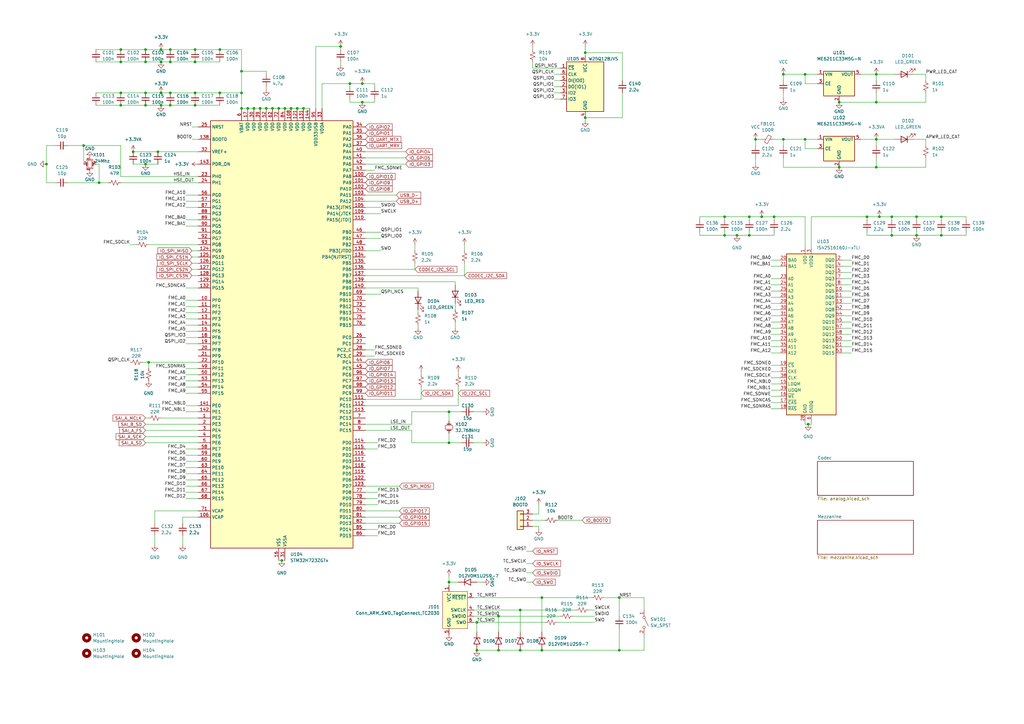
<source format=kicad_sch>
(kicad_sch (version 20231120) (generator "eeschema") (generator_version "8.0")
  (paper "A3")
  (junction (at 80.01 38.1))
  (junction (at 69.85 20.32))
  (junction (at 204.47 252.73))
  (junction (at 213.36 266.7))
  (junction (at 386.08 96.52))
  (junction (at 104.14 44.45))
  (junction (at 90.17 20.32))
  (junction (at 148.59 41.91))
  (junction (at 19.05 67.31))
  (junction (at 213.36 250.19))
  (junction (at 66.04 25.4))
  (junction (at 355.6 88.9))
  (junction (at 49.53 43.18))
  (junction (at 297.18 88.9))
  (junction (at 69.85 38.1))
  (junction (at 40.64 74.93))
  (junction (at 365.76 88.9))
  (junction (at 119.38 44.45))
  (junction (at 80.01 20.32))
  (junction (at 143.51 34.29))
  (junction (at 64.77 62.23))
  (junction (at 80.01 25.4))
  (junction (at 124.46 44.45))
  (junction (at 365.76 96.52))
  (junction (at 321.31 30.48))
  (junction (at 49.53 20.32))
  (junction (at 60.96 148.59))
  (junction (at 375.92 96.52))
  (junction (at 59.69 43.18))
  (junction (at 359.41 30.48))
  (junction (at 204.47 266.7))
  (junction (at 139.7 19.05))
  (junction (at 307.34 96.52))
  (junction (at 66.04 38.1))
  (junction (at 222.25 245.11))
  (junction (at 330.2 57.15))
  (junction (at 99.06 44.45))
  (junction (at 240.03 21.59))
  (junction (at 195.58 266.7))
  (junction (at 184.15 238.76))
  (junction (at 49.53 25.4))
  (junction (at 307.34 88.9))
  (junction (at 184.15 168.91))
  (junction (at 321.31 57.15))
  (junction (at 115.57 229.87))
  (junction (at 109.22 44.45))
  (junction (at 330.2 30.48))
  (junction (at 90.17 38.1))
  (junction (at 302.26 96.52))
  (junction (at 66.04 20.32))
  (junction (at 386.08 88.9))
  (junction (at 312.42 88.9))
  (junction (at 59.69 67.31))
  (junction (at 222.25 266.7))
  (junction (at 344.17 68.58))
  (junction (at 54.61 62.23))
  (junction (at 99.06 38.1))
  (junction (at 59.69 38.1))
  (junction (at 344.17 41.91))
  (junction (at 148.59 34.29))
  (junction (at 360.68 88.9))
  (junction (at 59.69 25.4))
  (junction (at 254 266.7))
  (junction (at 195.58 255.27))
  (junction (at 184.15 181.61))
  (junction (at 116.84 44.45))
  (junction (at 34.29 59.69))
  (junction (at 359.41 41.91))
  (junction (at 66.04 43.18))
  (junction (at 309.88 57.15))
  (junction (at 317.5 88.9))
  (junction (at 359.41 68.58))
  (junction (at 111.76 44.45))
  (junction (at 69.85 43.18))
  (junction (at 375.92 88.9))
  (junction (at 101.6 44.45))
  (junction (at 240.03 48.26))
  (junction (at 359.41 57.15))
  (junction (at 49.53 38.1))
  (junction (at 297.18 96.52))
  (junction (at 106.68 44.45))
  (junction (at 121.92 44.45))
  (junction (at 80.01 43.18))
  (junction (at 254 245.11))
  (junction (at 69.85 25.4))
  (junction (at 99.06 29.21))
  (junction (at 114.3 44.45))
  (junction (at 59.69 20.32))
  (junction (at 331.47 173.99))
  (wire (pts (xy 234.95 252.73) (xy 243.84 252.73)))
  (wire (pts (xy 99.06 44.45) (xy 99.06 38.1)))
  (wire (pts (xy 171.45 133.35) (xy 171.45 134.62)))
  (wire (pts (xy 316.23 149.86) (xy 320.04 149.86)))
  (wire (pts (xy 321.31 68.58) (xy 344.17 68.58)))
  (wire (pts (xy 172.72 152.4) (xy 172.72 153.67)))
  (wire (pts (xy 240.03 21.59) (xy 240.03 22.86)))
  (wire (pts (xy 316.23 160.02) (xy 320.04 160.02)))
  (wire (pts (xy 321.31 38.1) (xy 321.31 40.64)))
  (wire (pts (xy 143.51 35.56) (xy 143.51 34.29)))
  (wire (pts (xy 149.86 143.51) (xy 153.67 143.51)))
  (wire (pts (xy 149.86 176.53) (xy 168.91 176.53)))
  (wire (pts (xy 66.04 38.1) (xy 69.85 38.1)))
  (wire (pts (xy 316.23 144.78) (xy 320.04 144.78)))
  (wire (pts (xy 69.85 43.18) (xy 80.01 43.18)))
  (wire (pts (xy 39.37 43.18) (xy 49.53 43.18)))
  (wire (pts (xy 240.03 21.59) (xy 255.27 21.59)))
  (wire (pts (xy 345.44 132.08) (xy 349.25 132.08)))
  (wire (pts (xy 49.53 43.18) (xy 59.69 43.18)))
  (wire (pts (xy 213.36 250.19) (xy 213.36 259.08)))
  (wire (pts (xy 168.91 173.99) (xy 168.91 168.91)))
  (wire (pts (xy 64.77 62.23) (xy 81.28 62.23)))
  (wire (pts (xy 149.86 82.55) (xy 162.56 82.55)))
  (wire (pts (xy 139.7 25.4) (xy 139.7 26.67)))
  (wire (pts (xy 149.86 120.65) (xy 156.21 120.65)))
  (wire (pts (xy 365.76 96.52) (xy 375.92 96.52)))
  (wire (pts (xy 59.69 176.53) (xy 81.28 176.53)))
  (wire (pts (xy 111.76 44.45) (xy 114.3 44.45)))
  (wire (pts (xy 287.02 90.17) (xy 287.02 88.9)))
  (wire (pts (xy 204.47 252.73) (xy 204.47 259.08)))
  (wire (pts (xy 109.22 29.21) (xy 109.22 30.48)))
  (wire (pts (xy 309.88 59.69) (xy 309.88 57.15)))
  (wire (pts (xy 330.2 172.72) (xy 330.2 173.99)))
  (wire (pts (xy 154.94 181.61) (xy 149.86 181.61)))
  (wire (pts (xy 184.15 181.61) (xy 189.23 181.61)))
  (wire (pts (xy 321.31 59.69) (xy 321.31 57.15)))
  (wire (pts (xy 154.94 217.17) (xy 149.86 217.17)))
  (wire (pts (xy 307.34 88.9) (xy 307.34 90.17)))
  (wire (pts (xy 168.91 181.61) (xy 168.91 176.53)))
  (wire (pts (xy 76.2 82.55) (xy 81.28 82.55)))
  (wire (pts (xy 74.93 212.09) (xy 74.93 214.63)))
  (wire (pts (xy 190.5 107.95) (xy 190.5 113.03)))
  (wire (pts (xy 386.08 96.52) (xy 396.24 96.52)))
  (wire (pts (xy 49.53 25.4) (xy 59.69 25.4)))
  (wire (pts (xy 166.37 67.31) (xy 149.86 67.31)))
  (wire (pts (xy 99.06 29.21) (xy 99.06 38.1)))
  (wire (pts (xy 365.76 95.25) (xy 365.76 96.52)))
  (wire (pts (xy 49.53 59.69) (xy 34.29 59.69)))
  (wire (pts (xy 149.86 212.09) (xy 163.83 212.09)))
  (wire (pts (xy 163.83 199.39) (xy 149.86 199.39)))
  (wire (pts (xy 76.2 191.77) (xy 81.28 191.77)))
  (wire (pts (xy 115.57 229.87) (xy 116.84 229.87)))
  (wire (pts (xy 218.44 27.94) (xy 229.87 27.94)))
  (wire (pts (xy 76.2 130.81) (xy 81.28 130.81)))
  (wire (pts (xy 316.23 162.56) (xy 320.04 162.56)))
  (wire (pts (xy 218.44 215.9) (xy 220.98 215.9)))
  (wire (pts (xy 317.5 88.9) (xy 330.2 88.9)))
  (wire (pts (xy 39.37 38.1) (xy 49.53 38.1)))
  (wire (pts (xy 332.74 173.99) (xy 332.74 172.72)))
  (wire (pts (xy 76.2 168.91) (xy 81.28 168.91)))
  (wire (pts (xy 60.96 148.59) (xy 60.96 151.13)))
  (wire (pts (xy 154.94 201.93) (xy 149.86 201.93)))
  (wire (pts (xy 330.2 57.15) (xy 335.28 57.15)))
  (wire (pts (xy 76.2 151.13) (xy 81.28 151.13)))
  (wire (pts (xy 359.41 68.58) (xy 379.73 68.58)))
  (wire (pts (xy 345.44 114.3) (xy 349.25 114.3)))
  (wire (pts (xy 99.06 38.1) (xy 90.17 38.1)))
  (wire (pts (xy 66.04 171.45) (xy 81.28 171.45)))
  (wire (pts (xy 76.2 201.93) (xy 81.28 201.93)))
  (wire (pts (xy 99.06 44.45) (xy 101.6 44.45)))
  (wire (pts (xy 59.69 43.18) (xy 66.04 43.18)))
  (wire (pts (xy 76.2 156.21) (xy 81.28 156.21)))
  (wire (pts (xy 345.44 127) (xy 349.25 127)))
  (wire (pts (xy 321.31 30.48) (xy 321.31 33.02)))
  (wire (pts (xy 40.64 74.93) (xy 44.45 74.93)))
  (wire (pts (xy 80.01 43.18) (xy 90.17 43.18)))
  (wire (pts (xy 228.6 255.27) (xy 243.84 255.27)))
  (wire (pts (xy 240.03 48.26) (xy 255.27 48.26)))
  (wire (pts (xy 321.31 57.15) (xy 330.2 57.15)))
  (wire (pts (xy 215.9 226.06) (xy 218.44 226.06)))
  (wire (pts (xy 330.2 57.15) (xy 330.2 60.96)))
  (wire (pts (xy 80.01 25.4) (xy 90.17 25.4)))
  (wire (pts (xy 307.34 96.52) (xy 317.5 96.52)))
  (wire (pts (xy 184.15 238.76) (xy 184.15 240.03)))
  (wire (pts (xy 49.53 72.39) (xy 81.28 72.39)))
  (wire (pts (xy 264.16 266.7) (xy 254 266.7)))
  (wire (pts (xy 359.41 30.48) (xy 359.41 33.02)))
  (wire (pts (xy 359.41 64.77) (xy 359.41 68.58)))
  (wire (pts (xy 359.41 38.1) (xy 359.41 41.91)))
  (wire (pts (xy 81.28 212.09) (xy 74.93 212.09)))
  (wire (pts (xy 129.54 19.05) (xy 139.7 19.05)))
  (wire (pts (xy 186.69 115.57) (xy 186.69 116.84)))
  (wire (pts (xy 255.27 21.59) (xy 255.27 33.02)))
  (wire (pts (xy 49.53 20.32) (xy 59.69 20.32)))
  (wire (pts (xy 228.6 213.36) (xy 238.76 213.36)))
  (wire (pts (xy 316.23 154.94) (xy 320.04 154.94)))
  (wire (pts (xy 76.2 161.29) (xy 81.28 161.29)))
  (wire (pts (xy 316.23 142.24) (xy 320.04 142.24)))
  (wire (pts (xy 69.85 25.4) (xy 80.01 25.4)))
  (wire (pts (xy 78.74 113.03) (xy 81.28 113.03)))
  (wire (pts (xy 99.06 20.32) (xy 99.06 29.21)))
  (wire (pts (xy 168.91 168.91) (xy 184.15 168.91)))
  (wire (pts (xy 109.22 44.45) (xy 106.68 44.45)))
  (wire (pts (xy 316.23 129.54) (xy 320.04 129.54)))
  (wire (pts (xy 76.2 85.09) (xy 81.28 85.09)))
  (wire (pts (xy 316.23 139.7) (xy 320.04 139.7)))
  (wire (pts (xy 76.2 153.67) (xy 81.28 153.67)))
  (wire (pts (xy 316.23 165.1) (xy 320.04 165.1)))
  (wire (pts (xy 49.53 38.1) (xy 59.69 38.1)))
  (wire (pts (xy 297.18 95.25) (xy 297.18 96.52)))
  (wire (pts (xy 184.15 238.76) (xy 187.96 238.76)))
  (wire (pts (xy 307.34 96.52) (xy 307.34 95.25)))
  (wire (pts (xy 184.15 177.8) (xy 184.15 181.61)))
  (wire (pts (xy 243.84 250.19) (xy 241.3 250.19)))
  (wire (pts (xy 330.2 30.48) (xy 335.28 30.48)))
  (wire (pts (xy 379.73 57.15) (xy 374.65 57.15)))
  (wire (pts (xy 149.86 102.87) (xy 156.21 102.87)))
  (wire (pts (xy 149.86 209.55) (xy 163.83 209.55)))
  (wire (pts (xy 353.06 30.48) (xy 359.41 30.48)))
  (wire (pts (xy 353.06 57.15) (xy 359.41 57.15)))
  (wire (pts (xy 254 245.11) (xy 254 252.73)))
  (wire (pts (xy 375.92 95.25) (xy 375.92 96.52)))
  (wire (pts (xy 344.17 68.58) (xy 359.41 68.58)))
  (wire (pts (xy 332.74 88.9) (xy 355.6 88.9)))
  (wire (pts (xy 149.86 166.37) (xy 187.96 166.37)))
  (wire (pts (xy 345.44 134.62) (xy 349.25 134.62)))
  (wire (pts (xy 58.42 148.59) (xy 60.96 148.59)))
  (wire (pts (xy 81.28 209.55) (xy 63.5 209.55)))
  (wire (pts (xy 76.2 184.15) (xy 81.28 184.15)))
  (wire (pts (xy 316.23 119.38) (xy 320.04 119.38)))
  (wire (pts (xy 166.37 62.23) (xy 149.86 62.23)))
  (wire (pts (xy 22.86 74.93) (xy 19.05 74.93)))
  (wire (pts (xy 109.22 44.45) (xy 111.76 44.45)))
  (wire (pts (xy 316.23 109.22) (xy 320.04 109.22)))
  (wire (pts (xy 76.2 194.31) (xy 81.28 194.31)))
  (wire (pts (xy 386.08 88.9) (xy 396.24 88.9)))
  (wire (pts (xy 39.37 67.31) (xy 40.64 67.31)))
  (wire (pts (xy 316.23 116.84) (xy 320.04 116.84)))
  (wire (pts (xy 76.2 90.17) (xy 81.28 90.17)))
  (wire (pts (xy 218.44 210.82) (xy 220.98 210.82)))
  (wire (pts (xy 379.73 59.69) (xy 379.73 57.15)))
  (wire (pts (xy 215.9 234.95) (xy 218.44 234.95)))
  (wire (pts (xy 129.54 44.45) (xy 129.54 19.05)))
  (wire (pts (xy 184.15 168.91) (xy 189.23 168.91)))
  (wire (pts (xy 227.33 40.64) (xy 229.87 40.64)))
  (wire (pts (xy 153.67 40.64) (xy 153.67 41.91)))
  (wire (pts (xy 59.69 181.61) (xy 81.28 181.61)))
  (wire (pts (xy 59.69 25.4) (xy 66.04 25.4)))
  (wire (pts (xy 78.74 57.15) (xy 81.28 57.15)))
  (wire (pts (xy 345.44 129.54) (xy 349.25 129.54)))
  (wire (pts (xy 194.31 181.61) (xy 198.12 181.61)))
  (wire (pts (xy 194.31 255.27) (xy 195.58 255.27)))
  (wire (pts (xy 153.67 34.29) (xy 153.67 35.56)))
  (wire (pts (xy 218.44 213.36) (xy 223.52 213.36)))
  (wire (pts (xy 345.44 137.16) (xy 349.25 137.16)))
  (wire (pts (xy 59.69 67.31) (xy 64.77 67.31)))
  (wire (pts (xy 149.86 87.63) (xy 156.21 87.63)))
  (wire (pts (xy 227.33 35.56) (xy 229.87 35.56)))
  (wire (pts (xy 116.84 44.45) (xy 119.38 44.45)))
  (wire (pts (xy 76.2 133.35) (xy 81.28 133.35)))
  (wire (pts (xy 66.04 25.4) (xy 69.85 25.4)))
  (wire (pts (xy 76.2 80.01) (xy 81.28 80.01)))
  (wire (pts (xy 218.44 25.4) (xy 218.44 27.94)))
  (wire (pts (xy 154.94 204.47) (xy 149.86 204.47)))
  (wire (pts (xy 149.86 146.05) (xy 153.67 146.05)))
  (wire (pts (xy 330.2 173.99) (xy 331.47 173.99)))
  (wire (pts (xy 254 245.11) (xy 264.16 245.11)))
  (wire (pts (xy 78.74 52.07) (xy 81.28 52.07)))
  (wire (pts (xy 76.2 125.73) (xy 81.28 125.73)))
  (wire (pts (xy 154.94 184.15) (xy 149.86 184.15)))
  (wire (pts (xy 19.05 74.93) (xy 19.05 67.31)))
  (wire (pts (xy 114.3 229.87) (xy 115.57 229.87)))
  (wire (pts (xy 335.28 34.29) (xy 330.2 34.29)))
  (wire (pts (xy 344.17 41.91) (xy 359.41 41.91)))
  (wire (pts (xy 254 245.11) (xy 247.65 245.11)))
  (wire (pts (xy 78.74 110.49) (xy 81.28 110.49)))
  (wire (pts (xy 345.44 139.7) (xy 349.25 139.7)))
  (wire (pts (xy 139.7 20.32) (xy 139.7 19.05)))
  (wire (pts (xy 194.31 252.73) (xy 204.47 252.73)))
  (wire (pts (xy 74.93 219.71) (xy 74.93 223.52)))
  (wire (pts (xy 186.69 132.08) (xy 186.69 134.62)))
  (wire (pts (xy 355.6 96.52) (xy 365.76 96.52)))
  (wire (pts (xy 190.5 100.33) (xy 190.5 102.87)))
  (wire (pts (xy 76.2 204.47) (xy 81.28 204.47)))
  (wire (pts (xy 255.27 38.1) (xy 255.27 48.26)))
  (wire (pts (xy 149.86 118.11) (xy 171.45 118.11)))
  (wire (pts (xy 69.85 20.32) (xy 80.01 20.32)))
  (wire (pts (xy 76.2 158.75) (xy 81.28 158.75)))
  (wire (pts (xy 297.18 88.9) (xy 297.18 90.17)))
  (wire (pts (xy 355.6 88.9) (xy 360.68 88.9)))
  (wire (pts (xy 307.34 88.9) (xy 297.18 88.9)))
  (wire (pts (xy 220.98 215.9) (xy 220.98 217.17)))
  (wire (pts (xy 330.2 34.29) (xy 330.2 30.48)))
  (wire (pts (xy 379.73 68.58) (xy 379.73 64.77)))
  (wire (pts (xy 316.23 134.62) (xy 320.04 134.62)))
  (wire (pts (xy 170.18 100.33) (xy 170.18 102.87)))
  (wire (pts (xy 149.86 163.83) (xy 172.72 163.83)))
  (wire (pts (xy 27.94 74.93) (xy 40.64 74.93)))
  (wire (pts (xy 359.41 30.48) (xy 367.03 30.48)))
  (wire (pts (xy 132.08 34.29) (xy 143.51 34.29)))
  (wire (pts (xy 222.25 245.11) (xy 222.25 259.08)))
  (wire (pts (xy 316.23 137.16) (xy 320.04 137.16)))
  (wire (pts (xy 215.9 231.14) (xy 218.44 231.14)))
  (wire (pts (xy 39.37 25.4) (xy 49.53 25.4)))
  (wire (pts (xy 307.34 88.9) (xy 312.42 88.9)))
  (wire (pts (xy 149.86 80.01) (xy 162.56 80.01)))
  (wire (pts (xy 345.44 124.46) (xy 349.25 124.46)))
  (wire (pts (xy 76.2 92.71) (xy 81.28 92.71)))
  (wire (pts (xy 365.76 88.9) (xy 365.76 90.17)))
  (wire (pts (xy 40.64 67.31) (xy 40.64 74.93)))
  (wire (pts (xy 316.23 157.48) (xy 320.04 157.48)))
  (wire (pts (xy 213.36 266.7) (xy 222.25 266.7)))
  (wire (pts (xy 59.69 179.07) (xy 81.28 179.07)))
  (wire (pts (xy 153.67 41.91) (xy 148.59 41.91)))
  (wire (pts (xy 184.15 181.61) (xy 168.91 181.61)))
  (wire (pts (xy 204.47 266.7) (xy 213.36 266.7)))
  (wire (pts (xy 264.16 250.19) (xy 264.16 245.11)))
  (wire (pts (xy 321.31 64.77) (xy 321.31 68.58)))
  (wire (pts (xy 316.23 121.92) (xy 320.04 121.92)))
  (wire (pts (xy 297.18 96.52) (xy 302.26 96.52)))
  (wire (pts (xy 375.92 96.52) (xy 386.08 96.52)))
  (wire (pts (xy 63.5 209.55) (xy 63.5 214.63)))
  (wire (pts (xy 149.86 69.85) (xy 153.67 69.85)))
  (wire (pts (xy 54.61 62.23) (xy 64.77 62.23)))
  (wire (pts (xy 99.06 29.21) (xy 109.22 29.21)))
  (wire (pts (xy 330.2 60.96) (xy 335.28 60.96)))
  (wire (pts (xy 287.02 88.9) (xy 297.18 88.9)))
  (wire (pts (xy 186.69 124.46) (xy 186.69 127)))
  (wire (pts (xy 218.44 19.05) (xy 218.44 20.32)))
  (wire (pts (xy 184.15 168.91) (xy 184.15 172.72)))
  (wire (pts (xy 345.44 109.22) (xy 349.25 109.22)))
  (wire (pts (xy 66.04 20.32) (xy 69.85 20.32)))
  (wire (pts (xy 227.33 38.1) (xy 229.87 38.1)))
  (wire (pts (xy 49.53 74.93) (xy 81.28 74.93)))
  (wire (pts (xy 76.2 138.43) (xy 81.28 138.43)))
  (wire (pts (xy 121.92 44.45) (xy 124.46 44.45)))
  (wire (pts (xy 316.23 114.3) (xy 320.04 114.3)))
  (wire (pts (xy 365.76 88.9) (xy 375.92 88.9)))
  (wire (pts (xy 345.44 119.38) (xy 349.25 119.38)))
  (wire (pts (xy 59.69 171.45) (xy 60.96 171.45)))
  (wire (pts (xy 309.88 57.15) (xy 312.42 57.15)))
  (wire (pts (xy 195.58 255.27) (xy 195.58 259.08)))
  (wire (pts (xy 194.31 250.19) (xy 213.36 250.19)))
  (wire (pts (xy 63.5 219.71) (xy 63.5 223.52)))
  (wire (pts (xy 386.08 88.9) (xy 386.08 90.17)))
  (wire (pts (xy 154.94 207.01) (xy 149.86 207.01)))
  (wire (pts (xy 171.45 119.38) (xy 171.45 118.11)))
  (wire (pts (xy 80.01 38.1) (xy 90.17 38.1)))
  (wire (pts (xy 109.22 36.83) (xy 109.22 35.56)))
  (wire (pts (xy 194.31 245.11) (xy 222.25 245.11)))
  (wire (pts (xy 386.08 95.25) (xy 386.08 96.52)))
  (wire (pts (xy 78.74 105.41) (xy 81.28 105.41)))
  (wire (pts (xy 78.74 107.95) (xy 81.28 107.95)))
  (wire (pts (xy 355.6 88.9) (xy 355.6 90.17)))
  (wire (pts (xy 49.53 72.39) (xy 49.53 59.69)))
  (wire (pts (xy 60.96 148.59) (xy 81.28 148.59)))
  (wire (pts (xy 54.61 67.31) (xy 59.69 67.31)))
  (wire (pts (xy 172.72 158.75) (xy 172.72 163.83)))
  (wire (pts (xy 39.37 20.32) (xy 49.53 20.32)))
  (wire (pts (xy 143.51 41.91) (xy 143.51 40.64)))
  (wire (pts (xy 76.2 166.37) (xy 81.28 166.37)))
  (wire (pts (xy 19.05 67.31) (xy 19.05 59.69)))
  (wire (pts (xy 345.44 144.78) (xy 349.25 144.78)))
  (wire (pts (xy 359.41 57.15) (xy 367.03 57.15)))
  (wire (pts (xy 332.74 88.9) (xy 332.74 101.6)))
  (wire (pts (xy 379.73 30.48) (xy 374.65 30.48)))
  (wire (pts (xy 345.44 106.68) (xy 349.25 106.68)))
  (wire (pts (xy 287.02 96.52) (xy 297.18 96.52)))
  (wire (pts (xy 302.26 96.52) (xy 307.34 96.52)))
  (wire (pts (xy 330.2 101.6) (xy 330.2 88.9)))
  (wire (pts (xy 195.58 266.7) (xy 204.47 266.7)))
  (wire (pts (xy 59.69 20.32) (xy 66.04 20.32)))
  (wire (pts (xy 375.92 88.9) (xy 375.92 90.17)))
  (wire (pts (xy 171.45 127) (xy 171.45 128.27)))
  (wire (pts (xy 149.86 85.09) (xy 156.21 85.09)))
  (wire (pts (xy 227.33 33.02) (xy 229.87 33.02)))
  (wire (pts (xy 149.86 173.99) (xy 168.91 173.99)))
  (wire (pts (xy 316.23 152.4) (xy 320.04 152.4)))
  (wire (pts (xy 321.31 30.48) (xy 330.2 30.48)))
  (wire (pts (xy 148.59 34.29) (xy 153.67 34.29)))
  (wire (pts (xy 355.6 95.25) (xy 355.6 96.52)))
  (wire (pts (xy 375.92 88.9) (xy 386.08 88.9)))
  (wire (pts (xy 80.01 20.32) (xy 90.17 20.32)))
  (wire (pts (xy 149.86 115.57) (xy 186.69 115.57)))
  (wire (pts (xy 254 257.81) (xy 254 266.7)))
  (wire (pts (xy 76.2 118.11) (xy 81.28 118.11)))
  (wire (pts (xy 331.47 173.99) (xy 332.74 173.99)))
  (wire (pts (xy 198.12 238.76) (xy 195.58 238.76)))
  (wire (pts (xy 34.29 67.31) (xy 34.29 59.69)))
  (wire (pts (xy 379.73 33.02) (xy 379.73 30.48)))
  (wire (pts (xy 76.2 140.97) (xy 81.28 140.97)))
  (wire (pts (xy 204.47 252.73) (xy 229.87 252.73)))
  (wire (pts (xy 379.73 41.91) (xy 379.73 38.1)))
  (wire (pts (xy 222.25 245.11) (xy 242.57 245.11)))
  (wire (pts (xy 69.85 38.1) (xy 80.01 38.1)))
  (wire (pts (xy 149.86 97.79) (xy 156.21 97.79)))
  (wire (pts (xy 166.37 64.77) (xy 149.86 64.77)))
  (wire (pts (xy 154.94 219.71) (xy 149.86 219.71)))
  (wire (pts (xy 316.23 132.08) (xy 320.04 132.08)))
  (wire (pts (xy 316.23 124.46) (xy 320.04 124.46)))
  (wire (pts (xy 76.2 128.27) (xy 81.28 128.27)))
  (wire (pts (xy 316.23 167.64) (xy 320.04 167.64)))
  (wire (pts (xy 312.42 88.9) (xy 317.5 88.9)))
  (wire (pts (xy 220.98 207.01) (xy 220.98 210.82)))
  (wire (pts (xy 213.36 250.19) (xy 236.22 250.19)))
  (wire (pts (xy 19.05 59.69) (xy 22.86 59.69)))
  (wire (pts (xy 309.88 64.77) (xy 309.88 67.31)))
  (wire (pts (xy 170.18 107.95) (xy 170.18 110.49)))
  (wire (pts (xy 345.44 116.84) (xy 349.25 116.84)))
  (wire (pts (xy 76.2 196.85) (xy 81.28 196.85)))
  (wire (pts (xy 240.03 49.53) (xy 240.03 48.26)))
  (wire (pts (xy 149.86 113.03) (xy 190.5 113.03)))
  (wire (pts (xy 99.06 20.32) (xy 90.17 20.32)))
  (wire (pts (xy 317.5 57.15) (xy 321.31 57.15)))
  (wire (pts (xy 119.38 44.45) (xy 121.92 44.45)))
  (wire (pts (xy 114.3 44.45) (xy 116.84 44.45)))
  (wire (pts (xy 76.2 186.69) (xy 81.28 186.69)))
  (wire (pts (xy 195.58 255.27) (xy 223.52 255.27)))
  (wire (pts (xy 317.5 88.9) (xy 317.5 90.17)))
  (wire (pts (xy 76.2 199.39) (xy 81.28 199.39)))
  (wire (pts (xy 187.96 158.75) (xy 187.96 166.37)))
  (wire (pts (xy 396.24 95.25) (xy 396.24 96.52)))
  (wire (pts (xy 215.9 238.76) (xy 218.44 238.76)))
  (wire (pts (xy 76.2 189.23) (xy 81.28 189.23)))
  (wire (pts (xy 78.74 102.87) (xy 81.28 102.87)))
  (wire (pts (xy 132.08 44.45) (xy 132.08 34.29)))
  (wire (pts (xy 359.41 57.15) (xy 359.41 59.69)))
  (wire (pts (xy 76.2 135.89) (xy 81.28 135.89)))
  (wire (pts (xy 104.14 44.45) (xy 106.68 44.45)))
  (wire (pts (xy 59.69 38.1) (xy 66.04 38.1)))
  (wire (pts (xy 316.23 127) (xy 320.04 127)))
  (wire (pts (xy 101.6 44.45) (xy 104.14 44.45)))
  (wire (pts (xy 76.2 123.19) (xy 81.28 123.19)))
  (wire (pts (xy 345.44 142.24) (xy 349.25 142.24)))
  (wire (pts (xy 240.03 19.05) (xy 240.03 21.59)))
  (wire (pts (xy 345.44 111.76) (xy 349.25 111.76)))
  (wire (pts (xy 59.69 173.99) (xy 81.28 173.99)))
  (wire (pts (xy 149.86 214.63) (xy 163.83 214.63)))
  (wire (pts (xy 317.5 95.25) (xy 317.5 96.52)))
  (wire (pts (xy 27.94 59.69) (xy 34.29 59.69)))
  (wire (pts (xy 149.86 95.25) (xy 156.21 95.25)))
  (wire (pts (xy 148.59 41.91) (xy 143.51 41.91)))
  (wire (pts (xy 345.44 121.92) (xy 349.25 121.92)))
  (wire (pts (xy 187.96 152.4) (xy 187.96 153.67)))
  (wire (pts (xy 360.68 88.9) (xy 365.76 88.9)))
  (wire (pts (xy 222.25 266.7) (xy 254 266.7)))
  (wire (pts (xy 396.24 88.9) (xy 396.24 90.17)))
  (wire (pts (xy 143.51 34.29) (xy 148.59 34.29)))
  (wire (pts (xy 316.23 106.68) (xy 320.04 106.68)))
  (wire (pts (xy 149.86 110.49) (xy 170.18 110.49)))
  (wire (pts (xy 124.46 44.45) (xy 127 44.45)))
  (wire (pts (xy 184.15 236.22) (xy 184.15 238.76)))
  (wire (pts (xy 227.33 30.48) (xy 229.87 30.48)))
  (wire (pts (xy 287.02 95.25) (xy 287.02 96.52)))
  (wire (pts (xy 359.41 41.91) (xy 379.73 41.91)))
  (wire (pts (xy 194.31 168.91) (xy 198.12 168.91)))
  (wire (pts (xy 66.04 43.18) (xy 69.85 43.18)))
  (wire (pts (xy 60.96 100.33) (xy 81.28 100.33)))
  (wire (pts (xy 264.16 260.35) (xy 264.16 266.7)))
  (wire (pts (xy 53.34 100.33) (xy 55.88 100.33)))
  (label "QSPI_IO2" (at 227.33 38.1 180))
  (label "FMC_D2" (at 349.25 111.76 0))
  (label "FMC_D6" (at 349.25 121.92 0))
  (label "FMC_A8" (at 316.23 134.62 180))
  (label "FMC_A10" (at 76.2 80.01 180))
  (label "FMC_SDNWE" (at 316.23 162.56 180))
  (label "NRST" (at 78.74 52.07 180))
  (label "FMC_D8" (at 349.25 127 0))
  (label "FMC_A11" (at 316.23 142.24 180))
  (label "TC_SWO" (at 195.58 255.27 0))
  (label "FMC_D4" (at 349.25 116.84 0))
  (label "BOOT0" (at 234.95 213.36 180))
  (label "FMC_D1" (at 154.94 219.71 0))
  (label "FMC_SDCKE0" (at 316.23 152.4 180))
  (label "SWDIO" (at 243.84 252.73 0))
  (label "FMC_D11" (at 349.25 134.62 0))
  (label "FMC_A9" (at 316.23 137.16 180))
  (label "FMC_SDCLK" (at 316.23 154.94 180))
  (label "QSPI_IO1" (at 156.21 95.25 0))
  (label "FMC_D1" (at 349.25 109.22 0))
  (label "QSPI_IO0" (at 227.33 33.02 180))
  (label "FMC_D14" (at 349.25 142.24 0))
  (label "TC_SWCLK" (at 215.9 231.14 180))
  (label "FMC_D7" (at 349.25 124.46 0))
  (label "SWCLK" (at 156.21 87.63 0))
  (label "FMC_A6" (at 316.23 129.54 180))
  (label "FMC_SDNWE" (at 153.67 69.85 0))
  (label "FMC_A7" (at 76.2 156.21 180))
  (label "FMC_A10" (at 316.23 139.7 180))
  (label "FMC_D9" (at 349.25 129.54 0))
  (label "LSE_IN" (at 160.02 173.99 0))
  (label "FMC_D0" (at 349.25 106.68 0))
  (label "FMC_D9" (at 76.2 196.85 180))
  (label "FMC_D4" (at 76.2 184.15 180))
  (label "FMC_D5" (at 349.25 119.38 0))
  (label "SWCLK" (at 243.84 250.19 0))
  (label "FMC_SDNRAS" (at 316.23 167.64 180))
  (label "FMC_A5" (at 316.23 127 180))
  (label "FMC_A1" (at 316.23 116.84 180))
  (label "FMC_SDCLK" (at 53.34 100.33 180))
  (label "APWR_LED_CAT" (at 379.73 57.15 0))
  (label "FMC_D13" (at 154.94 201.93 0))
  (label "TC_NRST" (at 215.9 226.06 180))
  (label "FMC_A0" (at 316.23 114.3 180))
  (label "PWR_LED_CAT" (at 379.73 30.48 0))
  (label "FMC_A7" (at 316.23 132.08 180))
  (label "FMC_A2" (at 76.2 128.27 180))
  (label "TC_SWO" (at 215.9 238.76 180))
  (label "FMC_A2" (at 316.23 119.38 180))
  (label "FMC_SDNRAS" (at 76.2 151.13 180))
  (label "BOOT0" (at 78.74 57.15 180))
  (label "FMC_D6" (at 76.2 189.23 180))
  (label "FMC_A5" (at 76.2 135.89 180))
  (label "FMC_D5" (at 76.2 186.69 180))
  (label "FMC_D15" (at 154.94 207.01 0))
  (label "FMC_SDNE0" (at 316.23 149.86 180))
  (label "QSPI_IO3" (at 76.2 138.43 180))
  (label "SWO" (at 156.21 102.87 0))
  (label "FMC_SDCKE0" (at 153.67 146.05 0))
  (label "FMC_D15" (at 349.25 144.78 0))
  (label "FMC_D10" (at 76.2 199.39 180))
  (label "TC_SWCLK" (at 195.58 250.19 0))
  (label "HSE_OUT" (at 71.12 74.93 0))
  (label "QSPI_NCS" (at 156.21 120.65 0))
  (label "FMC_A3" (at 76.2 130.81 180))
  (label "FMC_A9" (at 76.2 161.29 180))
  (label "TC_SWDIO" (at 195.58 252.73 0))
  (label "FMC_SDNE0" (at 153.67 143.51 0))
  (label "FMC_D14" (at 154.94 204.47 0))
  (label "FMC_A3" (at 316.23 121.92 180))
  (label "QSPI_CLK" (at 227.33 30.48 180))
  (label "QSPI_CLK" (at 53.34 148.59 180))
  (label "SWDIO" (at 156.21 85.09 0))
  (label "FMC_BA1" (at 76.2 92.71 180))
  (label "FMC_A12" (at 316.23 144.78 180))
  (label "FMC_D3" (at 349.25 114.3 0))
  (label "FMC_A0" (at 76.2 123.19 180))
  (label "FMC_D13" (at 349.25 139.7 0))
  (label "FMC_D8" (at 76.2 194.31 180))
  (label "FMC_NBL0" (at 76.2 166.37 180))
  (label "SWO" (at 243.84 255.27 0))
  (label "FMC_A11" (at 76.2 82.55 180))
  (label "LSE_OUT" (at 160.02 176.53 0))
  (label "FMC_D7" (at 76.2 191.77 180))
  (label "NRST" (at 254 245.11 0))
  (label "QSPI_IO1" (at 227.33 35.56 180))
  (label "FMC_NBL1" (at 76.2 168.91 180))
  (label "FMC_SDNCAS" (at 316.23 165.1 180))
  (label "QSPI_IO2" (at 76.2 140.97 180))
  (label "FMC_BA0" (at 316.23 106.68 180))
  (label "FMC_D12" (at 349.25 137.16 0))
  (label "FMC_SDNCAS" (at 76.2 118.11 180))
  (label "FMC_NBL1" (at 316.23 160.02 180))
  (label "FMC_D12" (at 76.2 204.47 180))
  (label "FMC_BA1" (at 316.23 109.22 180))
  (label "FMC_D0" (at 154.94 217.17 0))
  (label "FMC_NBL0" (at 316.23 157.48 180))
  (label "HSE_IN" (at 71.12 72.39 0))
  (label "FMC_BA0" (at 76.2 90.17 180))
  (label "QSPI_NCS" (at 228.6 27.94 180))
  (label "FMC_A4" (at 76.2 133.35 180))
  (label "FMC_D3" (at 154.94 184.15 0))
  (label "TC_NRST" (at 195.58 245.11 0))
  (label "FMC_A6" (at 76.2 153.67 180))
  (label "FMC_A4" (at 316.23 124.46 180))
  (label "FMC_D11" (at 76.2 201.93 180))
  (label "FMC_D2" (at 154.94 181.61 0))
  (label "FMC_A1" (at 76.2 125.73 180))
  (label "QSPI_IO3" (at 227.33 40.64 180))
  (label "FMC_D10" (at 349.25 132.08 0))
  (label "FMC_A8" (at 76.2 158.75 180))
  (label "QSPI_IO0" (at 156.21 97.79 0))
  (label "FMC_A12" (at 76.2 85.09 180))
  (label "TC_SWDIO" (at 215.9 234.95 180))
  (global_label "IO_GPIO11" (shape input) (at 149.86 161.29 0) (property "Intersheetrefs" "${INTERSHEET_REFS}" (effects (hide yes))))
  (global_label "IO_SPI_MISO" (shape input) (at 78.74 102.87 180) (property "Intersheetrefs" "${INTERSHEET_REFS}" (effects (hide yes))))
  (global_label "IO_SWDIO" (shape input) (at 218.44 234.95 0) (property "Intersheetrefs" "${INTERSHEET_REFS}" (effects (hide yes))))
  (global_label "IO_GPIO4" (shape input) (at 166.37 62.23 0) (property "Intersheetrefs" "${INTERSHEET_REFS}" (effects (hide yes))))
  (global_label "IO_GPIO1" (shape input) (at 149.86 54.61 0) (property "Intersheetrefs" "${INTERSHEET_REFS}" (effects (hide yes))))
  (global_label "IO_SPI_CS3N" (shape input) (at 78.74 113.03 180) (property "Intersheetrefs" "${INTERSHEET_REFS}" (effects (hide yes))))
  (global_label "USB_D-" (shape input) (at 162.56 80.01 0) (property "Intersheetrefs" "${INTERSHEET_REFS}" (effects (hide yes))))
  (global_label "IO_BOOT0" (shape input) (at 238.76 213.36 0) (property "Intersheetrefs" "${INTERSHEET_REFS}" (effects (hide yes))))
  (global_label "IO_GPIO14" (shape input) (at 149.86 153.67 0) (property "Intersheetrefs" "${INTERSHEET_REFS}" (effects (hide yes))))
  (global_label "IO_GPIO2" (shape input) (at 149.86 52.07 0) (property "Intersheetrefs" "${INTERSHEET_REFS}" (effects (hide yes))))
  (global_label "IO_SPI_SCLK" (shape input) (at 78.74 107.95 180) (property "Intersheetrefs" "${INTERSHEET_REFS}" (effects (hide yes))))
  (global_label "IO_SPI_CS2N" (shape input) (at 78.74 110.49 180) (property "Intersheetrefs" "${INTERSHEET_REFS}" (effects (hide yes))))
  (global_label "IO_SPI_CS1N" (shape input) (at 78.74 105.41 180) (property "Intersheetrefs" "${INTERSHEET_REFS}" (effects (hide yes))))
  (global_label "CODEC_I2C_SDA" (shape input) (at 190.5 113.03 0) (property "Intersheetrefs" "${INTERSHEET_REFS}" (effects (hide yes))))
  (global_label "CODEC_I2C_SCL" (shape input) (at 170.18 110.49 0) (property "Intersheetrefs" "${INTERSHEET_REFS}" (effects (hide yes))))
  (global_label "SAI_A_FS" (shape input) (at 59.69 176.53 180) (property "Intersheetrefs" "${INTERSHEET_REFS}" (effects (hide yes))))
  (global_label "IO_GPIO9" (shape input) (at 149.86 74.93 0) (property "Intersheetrefs" "${INTERSHEET_REFS}" (effects (hide yes))))
  (global_label "SAI_A_SD" (shape input) (at 59.69 181.61 180) (property "Intersheetrefs" "${INTERSHEET_REFS}" (effects (hide yes))))
  (global_label "IO_UART_MRX" (shape input) (at 149.86 59.69 0) (property "Intersheetrefs" "${INTERSHEET_REFS}" (effects (hide yes))))
  (global_label "IO_I2C_SDA" (shape input) (at 172.72 161.29 0) (property "Intersheetrefs" "${INTERSHEET_REFS}" (effects (hide yes))))
  (global_label "IO_GPIO5" (shape input) (at 166.37 64.77 0) (property "Intersheetrefs" "${INTERSHEET_REFS}" (effects (hide yes))))
  (global_label "IO_GPIO3" (shape input) (at 166.37 67.31 0) (property "Intersheetrefs" "${INTERSHEET_REFS}" (effects (hide yes))))
  (global_label "IO_I2C_SCL" (shape input) (at 187.96 161.29 0) (property "Intersheetrefs" "${INTERSHEET_REFS}" (effects (hide yes))))
  (global_label "USB_D+" (shape input) (at 162.56 82.55 0) (property "Intersheetrefs" "${INTERSHEET_REFS}" (effects (hide yes))))
  (global_label "SAI_B_SD" (shape input) (at 59.69 173.99 180) (property "Intersheetrefs" "${INTERSHEET_REFS}" (effects (hide yes))))
  (global_label "IO_SPI_MOSI" (shape input) (at 163.83 199.39 0) (property "Intersheetrefs" "${INTERSHEET_REFS}" (effects (hide yes))))
  (global_label "IO_SWCLK" (shape input) (at 218.44 231.14 0) (property "Intersheetrefs" "${INTERSHEET_REFS}" (effects (hide yes))))
  (global_label "IO_GPIO17" (shape input) (at 163.83 209.55 0) (property "Intersheetrefs" "${INTERSHEET_REFS}" (effects (hide yes))))
  (global_label "IO_GPIO13" (shape input) (at 149.86 156.21 0) (property "Intersheetrefs" "${INTERSHEET_REFS}" (effects (hide yes))))
  (global_label "IO_GPIO12" (shape input) (at 149.86 158.75 0) (property "Intersheetrefs" "${INTERSHEET_REFS}" (effects (hide yes))))
  (global_label "IO_UART_MTX" (shape input) (at 149.86 57.15 0) (property "Intersheetrefs" "${INTERSHEET_REFS}" (effects (hide yes))))
  (global_label "IO_GPIO16" (shape input) (at 163.83 212.09 0) (property "Intersheetrefs" "${INTERSHEET_REFS}" (effects (hide yes))))
  (global_label "IO_GPIO10" (shape input) (at 149.86 72.39 0) (property "Intersheetrefs" "${INTERSHEET_REFS}" (effects (hide yes))))
  (global_label "IO_GPIO8" (shape input) (at 149.86 77.47 0) (property "Intersheetrefs" "${INTERSHEET_REFS}" (effects (hide yes))))
  (global_label "IO_SWO" (shape input) (at 218.44 238.76 0) (property "Intersheetrefs" "${INTERSHEET_REFS}" (effects (hide yes))))
  (global_label "SAI_A_SCK" (shape input) (at 59.69 179.07 180) (property "Intersheetrefs" "${INTERSHEET_REFS}" (effects (hide yes))))
  (global_label "SAI_A_MCLK" (shape input) (at 59.69 171.45 180) (property "Intersheetrefs" "${INTERSHEET_REFS}" (effects (hide yes))))
  (global_label "IO_GPIO6" (shape input) (at 149.86 148.59 0) (property "Intersheetrefs" "${INTERSHEET_REFS}" (effects (hide yes))))
  (global_label "IO_GPIO15" (shape input) (at 163.83 214.63 0) (property "Intersheetrefs" "${INTERSHEET_REFS}" (effects (hide yes))))
  (global_label "IO_GPIO7" (shape input) (at 149.86 151.13 0) (property "Intersheetrefs" "${INTERSHEET_REFS}" (effects (hide yes))))
  (global_label "IO_NRST" (shape input) (at 218.44 226.06 0) (property "Intersheetrefs" "${INTERSHEET_REFS}" (effects (hide yes))))
  (symbol (lib_id "Device:LED") (at 186.69 120.65 90) (unit 1)
    (property "Reference" "D103" (at 190.5 120.9675 90) (effects (justify right)))
    (property "Value" "LED_RED" (at 190.5 123.5075 90) (effects (justify right)))
    (property "Footprint" "LED_SMD:LED_0805_2012Metric" (effects (hide yes)))
  )
  (symbol (lib_id "power:GND") (at 148.59 41.91 0) (unit 1)
    (property "Reference" "#PWR0111" (effects (hide yes)))
    (property "Value" "GND" (at 148.59 45.72 0))
  )
  (symbol (lib_id "Device:C_Small") (at 63.5 217.17 180) (unit 1)
    (property "Reference" "C132" (at 66.04 215.8936 0) (effects (justify right)))
    (property "Value" "2.2u" (at 66.04 218.4336 0) (effects (justify right)))
    (property "Footprint" "Capacitor_SMD:C_0402_1005Metric" (effects (hide yes)))
  )
  (symbol (lib_id "Device:C_Small") (at 396.24 92.71 0) (unit 1)
    (property "Reference" "C139" (at 398.78 91.44 0) (effects (justify left)))
    (property "Value" "100n" (at 398.78 93.98 0) (effects (justify left)))
    (property "Footprint" "Capacitor_SMD:C_0402_1005Metric" (effects (hide yes)))
  )
  (symbol (lib_id "power:+3.3V") (at 66.04 38.1 0) (unit 1)
    (property "Reference" "#PWR0109" (effects (hide yes)))
    (property "Value" "+3.3V" (at 66.04 34.29 0))
  )
  (symbol (lib_id "Device:C_Small") (at 255.27 35.56 0) (unit 1)
    (property "Reference" "C140" (at 257.81 34.2963 0) (effects (justify left)))
    (property "Value" "2.2u" (at 257.81 36.8363 0) (effects (justify left)))
    (property "Footprint" "Capacitor_SMD:C_0402_1005Metric" (effects (hide yes)))
  )
  (symbol (lib_id "Device:C_Small") (at 317.5 92.71 0) (unit 1)
    (property "Reference" "C126" (at 320.04 91.4463 0) (effects (justify left)))
    (property "Value" "2.2u" (at 320.04 93.9863 0) (effects (justify left)))
    (property "Footprint" "Capacitor_SMD:C_0402_1005Metric" (effects (hide yes)))
  )
  (symbol (lib_id "Device:C_Small") (at 69.85 40.64 0) (unit 1)
    (property "Reference" "C116" (at 72.39 39.3763 0) (effects (justify left)))
    (property "Value" "100n" (at 72.39 41.9163 0) (effects (justify left)))
    (property "Footprint" "Capacitor_SMD:C_0402_1005Metric" (effects (hide yes)))
  )
  (symbol (lib_id "power:GND") (at 171.45 134.62 0) (unit 1)
    (property "Reference" "#PWR0130" (effects (hide yes)))
    (property "Value" "GND" (at 171.45 138.43 0))
  )
  (symbol (lib_id "Device:C_Small") (at 90.17 22.86 0) (unit 1)
    (property "Reference" "C106" (at 92.71 21.5963 0) (effects (justify left)))
    (property "Value" "100n" (at 92.71 24.1363 0) (effects (justify left)))
    (property "Footprint" "Capacitor_SMD:C_0402_1005Metric" (effects (hide yes)))
  )
  (symbol (lib_id "Device:C_Small") (at 254 255.27 180) (unit 1)
    (property "Reference" "C134" (at 257.81 252.73 0))
    (property "Value" "100n" (at 259.08 255.27 0))
    (property "Footprint" "Capacitor_SMD:C_0402_1005Metric" (effects (hide yes)))
  )
  (symbol (lib_id "power:+3.3VA") (at 359.41 57.15 0) (unit 1)
    (property "Reference" "#PWR0115" (effects (hide yes)))
    (property "Value" "+3.3VA" (at 359.41 52.07 0))
  )
  (symbol (lib_id "power:GND") (at 375.92 96.52 0) (unit 1)
    (property "Reference" "#PWR0127" (effects (hide yes)))
    (property "Value" "GND" (at 375.92 100.33 0))
  )
  (symbol (lib_id "Mechanical:MountingHole") (at 55.88 261.62 0) (unit 1)
    (property "Reference" "H102" (at 58.42 260.35 0) (effects (justify left)))
    (property "Value" "MountingHole" (at 58.42 262.89 0) (effects (justify left)))
    (property "Footprint" "MountingHole:MountingHole_2.2mm_M2_DIN965" (effects (hide yes)))
  )
  (symbol (lib_id "Device:C_Small") (at 74.93 217.17 0) (unit 1)
    (property "Reference" "C133" (at 77.47 215.9063 0) (effects (justify left)))
    (property "Value" "2.2u" (at 77.47 218.4463 0) (effects (justify left)))
    (property "Footprint" "Capacitor_SMD:C_0402_1005Metric" (effects (hide yes)))
  )
  (symbol (lib_id "Device:C_Small") (at 64.77 64.77 0) (unit 1)
    (property "Reference" "C124" (at 67.31 63.5063 0) (effects (justify left)))
    (property "Value" "1u" (at 67.31 66.0463 0) (effects (justify left)))
    (property "Footprint" "Capacitor_SMD:C_0402_1005Metric" (effects (hide yes)))
  )
  (symbol (lib_id "Mechanical:MountingHole") (at 35.56 261.62 0) (unit 1)
    (property "Reference" "H101" (at 38.1 260.35 0) (effects (justify left)))
    (property "Value" "MountingHole" (at 38.1 262.89 0) (effects (justify left)))
    (property "Footprint" "MountingHole:MountingHole_2.2mm_M2_DIN965" (effects (hide yes)))
  )
  (symbol (lib_id "Custom:D12V0M1U2S9-7") (at 213.36 262.89 270) (unit 1)
    (property "Reference" "D108" (at 215.9 262.89 90) (effects (justify left)))
    (property "Value" "D12V0M1U2S9-7" (effects (hide yes)))
    (property "Footprint" "Diode_SMD:D_SOD-923" (effects (hide yes)))
  )
  (symbol (lib_id "Device:C_Small") (at 191.77 181.61 90) (unit 1)
    (property "Reference" "C131" (at 191.77 179.07 90))
    (property "Value" "15p" (at 191.77 184.15 90))
    (property "Footprint" "Capacitor_SMD:C_0603_1608Metric" (effects (hide yes)))
  )
  (symbol (lib_id "Device:C_Small") (at 109.22 33.02 0) (unit 1)
    (property "Reference" "C108" (at 111.76 31.7563 0) (effects (justify left)))
    (property "Value" "4.7u" (at 111.76 34.2963 0) (effects (justify left)))
    (property "Footprint" "Capacitor_SMD:C_0402_1005Metric" (effects (hide yes)))
  )
  (symbol (lib_id "power:GND") (at 198.12 181.61 90) (unit 1)
    (property "Reference" "#PWR0136" (effects (hide yes)))
    (property "Value" "GND" (at 201.93 181.61 0))
  )
  (symbol (lib_id "Switch:SW_SPST") (at 264.16 255.27 270) (unit 1)
    (property "Reference" "SW101" (at 266.7 254 90) (effects (justify left)))
    (property "Value" "SW_SPST" (at 266.7 256.54 90) (effects (justify left)))
    (property "Footprint" "Custom:SPST_TS-1187A-B-A-B" (effects (hide yes)))
  )
  (symbol (lib_id "Device:R_Small_US") (at 58.42 100.33 270) (unit 1)
    (property "Reference" "R104" (at 58.42 95.25 90))
    (property "Value" "22R" (at 58.42 97.79 90))
    (property "Footprint" "Resistor_SMD:R_0402_1005Metric" (effects (hide yes)))
  )
  (symbol (lib_id "power:+3.3V") (at 190.5 100.33 0) (unit 1)
    (property "Reference" "#PWR0129" (effects (hide yes)))
    (property "Value" "+3.3V" (at 190.5 95.25 0))
  )
  (symbol (lib_id "Device:C_Small") (at 355.6 92.71 0) (unit 1)
    (property "Reference" "C129" (at 358.14 91.4463 0) (effects (justify left)))
    (property "Value" "2.2u" (at 358.14 93.9863 0) (effects (justify left)))
    (property "Footprint" "Capacitor_SMD:C_0402_1005Metric" (effects (hide yes)))
  )
  (symbol (lib_id "Device:R_Small_US") (at 63.5 171.45 270) (unit 1)
    (property "Reference" "R111" (at 63.5 166.37 90))
    (property "Value" "22R" (at 63.5 168.91 90))
    (property "Footprint" "Resistor_SMD:R_0402_1005Metric" (effects (hide yes)))
  )
  (symbol (lib_id "Device:C_Small") (at 359.41 35.56 0) (unit 1)
    (property "Reference" "C110" (at 361.95 34.2963 0) (effects (justify left)))
    (property "Value" "1u" (at 361.95 36.8363 0) (effects (justify left)))
    (property "Footprint" "Capacitor_SMD:C_0402_1005Metric" (effects (hide yes)))
  )
  (symbol (lib_id "power:GND") (at 331.47 173.99 0) (unit 1)
    (property "Reference" "#PWR0135" (effects (hide yes)))
    (property "Value" "GND" (at 331.47 179.07 0))
  )
  (symbol (lib_id "Custom:D12V0M1U2S9-7") (at 222.25 262.89 270) (unit 1)
    (property "Reference" "D109" (at 227.33 261.62 90) (effects (justify left)))
    (property "Value" "D12V0M1U2S9-7" (at 224.79 264.16 90) (effects (justify left)))
    (property "Footprint" "Diode_SMD:D_SOD-923" (effects (hide yes)))
  )
  (symbol (lib_id "Device:C_Small") (at 80.01 40.64 0) (unit 1)
    (property "Reference" "C117" (at 82.55 39.3763 0) (effects (justify left)))
    (property "Value" "100n" (at 82.55 41.9163 0) (effects (justify left)))
    (property "Footprint" "Capacitor_SMD:C_0402_1005Metric" (effects (hide yes)))
  )
  (symbol (lib_id "Device:R_Small_US") (at 238.76 250.19 90) (unit 1)
    (property "Reference" "R114" (at 238.76 245.11 90))
    (property "Value" "22R" (at 238.76 247.65 90))
    (property "Footprint" "Resistor_SMD:R_0402_1005Metric" (effects (hide yes)))
  )
  (symbol (lib_id "power:GND") (at 186.69 134.62 0) (unit 1)
    (property "Reference" "#PWR0131" (effects (hide yes)))
    (property "Value" "GND" (at 186.69 138.43 0))
  )
  (symbol (lib_id "Device:C_Small") (at 59.69 40.64 0) (unit 1)
    (property "Reference" "C115" (at 62.23 39.3763 0) (effects (justify left)))
    (property "Value" "100n" (at 62.23 41.9163 0) (effects (justify left)))
    (property "Footprint" "Capacitor_SMD:C_0402_1005Metric" (effects (hide yes)))
  )
  (symbol (lib_id "power:+3.3VA") (at 54.61 62.23 0) (unit 1)
    (property "Reference" "#PWR0116" (effects (hide yes)))
    (property "Value" "+3.3VA" (at 54.61 57.15 0))
  )
  (symbol (lib_id "Device:C_Small") (at 153.67 38.1 0) (unit 1)
    (property "Reference" "C112" (at 156.21 36.8363 0) (effects (justify left)))
    (property "Value" "1u" (at 156.21 39.3763 0) (effects (justify left)))
    (property "Footprint" "Capacitor_SMD:C_0402_1005Metric" (effects (hide yes)))
  )
  (symbol (lib_id "Device:C_Small") (at 297.18 92.71 0) (unit 1)
    (property "Reference" "C135" (at 299.72 91.4463 0) (effects (justify left)))
    (property "Value" "100n" (at 299.72 93.9863 0) (effects (justify left)))
    (property "Footprint" "Capacitor_SMD:C_0402_1005Metric" (effects (hide yes)))
  )
  (symbol (lib_id "power:GND") (at 36.83 64.77 180) (unit 1)
    (property "Reference" "#PWR0117" (effects (hide yes)))
    (property "Value" "GND" (at 36.83 60.96 0))
  )
  (symbol (lib_id "Device:R_Small_US") (at 232.41 252.73 90) (unit 1)
    (property "Reference" "R115" (at 232.41 247.65 90))
    (property "Value" "22R" (at 232.41 250.19 90))
    (property "Footprint" "Resistor_SMD:R_0402_1005Metric" (effects (hide yes)))
  )
  (symbol (lib_id "Connector_Generic:Conn_01x03") (at 213.36 213.36 180) (unit 1)
    (property "Reference" "J102" (at 213.36 204.47 0))
    (property "Value" "BOOT0" (at 213.36 207.01 0))
    (property "Footprint" "Connector_PinSocket_2.54mm:PinSocket_1x03_P2.54mm_Vertical" (effects (hide yes)))
  )
  (symbol (lib_id "power:+3.3V") (at 220.98 207.01 0) (unit 1)
    (property "Reference" "#PWR0150" (effects (hide yes)))
    (property "Value" "+3.3V" (at 220.98 201.93 0))
  )
  (symbol (lib_id "power:+3.3V") (at 172.72 152.4 0) (unit 1)
    (property "Reference" "#PWR0132" (effects (hide yes)))
    (property "Value" "+3.3V" (effects (hide yes)))
  )
  (symbol (lib_id "power:GND") (at 66.04 25.4 0) (unit 1)
    (property "Reference" "#PWR0103" (effects (hide yes)))
    (property "Value" "GND" (at 66.04 29.21 0))
  )
  (symbol (lib_id "Device:R_Small_US") (at 186.69 129.54 0) (unit 1)
    (property "Reference" "R107" (at 189.23 128.27 0) (effects (justify left)))
    (property "Value" "1k" (at 189.23 130.81 0) (effects (justify left)))
    (property "Footprint" "Resistor_SMD:R_0402_1005Metric" (effects (hide yes)))
  )
  (symbol (lib_id "power:GND") (at 66.04 43.18 0) (unit 1)
    (property "Reference" "#PWR0113" (effects (hide yes)))
    (property "Value" "GND" (at 66.04 46.99 0))
  )
  (symbol (lib_id "Device:R_Small_US") (at 172.72 156.21 0) (unit 1)
    (property "Reference" "R109" (at 175.26 154.94 0) (effects (justify left)))
    (property "Value" "2.2k" (at 175.26 157.48 0) (effects (justify left)))
    (property "Footprint" "Resistor_SMD:R_0402_1005Metric" (effects (hide yes)))
  )
  (symbol (lib_id "Device:C_Small") (at 25.4 74.93 90) (unit 1)
    (property "Reference" "C125" (at 25.4063 68.58 90))
    (property "Value" "10p" (at 25.4063 71.12 90))
    (property "Footprint" "Capacitor_SMD:C_0603_1608Metric" (effects (hide yes)))
  )
  (symbol (lib_id "Device:C_Small") (at 59.69 22.86 0) (unit 1)
    (property "Reference" "C103" (at 62.23 21.5963 0) (effects (justify left)))
    (property "Value" "100n" (at 62.23 24.1363 0) (effects (justify left)))
    (property "Footprint" "Capacitor_SMD:C_0402_1005Metric" (effects (hide yes)))
  )
  (symbol (lib_id "Device:C_Small") (at 386.08 92.71 0) (unit 1)
    (property "Reference" "C138" (at 388.62 91.44 0) (effects (justify left)))
    (property "Value" "100n" (at 388.62 93.98 0) (effects (justify left)))
    (property "Footprint" "Capacitor_SMD:C_0402_1005Metric" (effects (hide yes)))
  )
  (symbol (lib_id "Custom:D12V0M1U2S9-7") (at 195.58 262.89 270) (unit 1)
    (property "Reference" "D106" (at 198.12 262.89 90) (effects (justify left)))
    (property "Value" "D12V0M1U2S9-7" (effects (hide yes)))
    (property "Footprint" "Diode_SMD:D_SOD-923" (effects (hide yes)))
  )
  (symbol (lib_id "Device:C_Small") (at 375.92 92.71 0) (unit 1)
    (property "Reference" "C137" (at 378.46 91.44 0) (effects (justify left)))
    (property "Value" "100n" (at 378.46 93.98 0) (effects (justify left)))
    (property "Footprint" "Capacitor_SMD:C_0402_1005Metric" (effects (hide yes)))
  )
  (symbol (lib_id "Device:C_Small") (at 39.37 22.86 0) (unit 1)
    (property "Reference" "C101" (at 41.91 21.5963 0) (effects (justify left)))
    (property "Value" "100n" (at 41.91 24.1363 0) (effects (justify left)))
    (property "Footprint" "Capacitor_SMD:C_0402_1005Metric" (effects (hide yes)))
  )
  (symbol (lib_id "Device:C_Small") (at 321.31 62.23 0) (unit 1)
    (property "Reference" "C121" (at 323.85 60.9663 0) (effects (justify left)))
    (property "Value" "1u" (at 323.85 63.5063 0) (effects (justify left)))
    (property "Footprint" "Capacitor_SMD:C_0402_1005Metric" (effects (hide yes)))
  )
  (symbol (lib_id "power:+3.3VA") (at 148.59 34.29 0) (unit 1)
    (property "Reference" "#PWR0107" (effects (hide yes)))
    (property "Value" "+3.3VA" (at 148.59 29.21 0))
  )
  (symbol (lib_id "power:GND") (at 302.26 96.52 0) (unit 1)
    (property "Reference" "#PWR0126" (effects (hide yes)))
    (property "Value" "GND" (at 302.26 101.6 0))
  )
  (symbol (lib_id "Device:LED") (at 370.84 57.15 180) (unit 1)
    (property "Reference" "D102" (at 372.4275 49.53 0))
    (property "Value" "LED_GREEN" (at 372.4275 52.07 0))
    (property "Footprint" "LED_SMD:LED_0805_2012Metric" (effects (hide yes)))
  )
  (symbol (lib_id "MCU_ST_STM32H7:STM32H723ZGTx") (at 114.3 138.43 0) (unit 1)
    (property "Reference" "U104" (at 119.0341 227.33 0) (effects (justify left)))
    (property "Value" "STM32H723ZGTx" (at 119.0341 229.87 0) (effects (justify left)))
    (property "Footprint" "Package_QFP:LQFP-144_20x20mm_P0.5mm" (effects (hide yes)))
    (property "Datasheet" "https://www.st.com/resource/en/datasheet/stm32h723zg.pdf" (effects (hide yes)))
  )
  (symbol (lib_id "power:VCC") (at 321.31 30.48 0) (unit 1)
    (property "Reference" "#PWR0105" (effects (hide yes)))
    (property "Value" "VCC" (at 321.31 25.4 0))
  )
  (symbol (lib_id "Custom:D12V0M1U2S9-7") (at 191.77 238.76 0) (unit 1)
    (property "Reference" "D105" (at 190.5 233.68 0) (effects (justify left)))
    (property "Value" "D12V0M1U2S9-7" (at 187.96 236.22 0) (effects (justify left)))
    (property "Footprint" "Diode_SMD:D_SOD-923" (effects (hide yes)))
  )
  (symbol (lib_id "power:+3.3V") (at 81.28 67.31 90) (unit 1)
    (property "Reference" "#PWR0120" (effects (hide yes)))
    (property "Value" "+3.3V" (at 77.47 67.31 90) (effects (justify left)))
  )
  (symbol (lib_id "power:GND") (at 60.96 156.21 0) (unit 1)
    (property "Reference" "#PWR0147" (effects (hide yes)))
    (property "Value" "GND" (at 60.96 161.29 0))
  )
  (symbol (lib_id "power:GND") (at 198.12 168.91 90) (unit 1)
    (property "Reference" "#PWR0134" (effects (hide yes)))
    (property "Value" "GND" (at 201.93 168.91 0))
  )
  (symbol (lib_id "power:GND") (at 115.57 229.87 0) (unit 1)
    (property "Reference" "#PWR0139" (effects (hide yes)))
    (property "Value" "GND" (at 115.57 234.95 0))
  )
  (symbol (lib_id "Custom:ME6211C33M5G-N") (at 344.17 60.96 0) (unit 1)
    (property "Reference" "U102" (at 344.17 48.26 0))
    (property "Value" "ME6211C33M5G-N" (at 344.17 50.8 0))
    (property "Footprint" "Package_TO_SOT_SMD:SOT-23-5" (effects (hide yes)))
    (property "Datasheet" "https://wmsc.lcsc.com/wmsc/upload/file/pdf/v2/lcsc/1811131510_MICRONE-Nanjing-Micro-One-Elec-ME6211C33M5G-N_C82942.pdf" (effects (hide yes)))
  )
  (symbol (lib_id "Memory_Flash:W25Q128JVS") (at 240.03 35.56 0) (unit 1)
    (property "Reference" "U105" (at 232.41 24.13 0) (effects (justify left)))
    (property "Value" "W25Q128JVS" (at 241.3 24.13 0) (effects (justify left)))
    (property "Footprint" "Package_SO:SOIC-8_5.23x5.23mm_P1.27mm" (effects (hide yes)))
    (property "Datasheet" "http://www.winbond.com/resource-files/w25q128jv_dtr%20revc%2003272018%20plus.pdf" (effects (hide yes)))
  )
  (symbol (lib_id "power:GND") (at 309.88 67.31 0) (unit 1)
    (property "Reference" "#PWR0121" (effects (hide yes)))
    (property "Value" "GND" (at 309.88 71.12 0))
  )
  (symbol (lib_id "Device:C_Small") (at 359.41 62.23 0) (unit 1)
    (property "Reference" "C122" (at 361.95 60.9663 0) (effects (justify left)))
    (property "Value" "1u" (at 361.95 63.5063 0) (effects (justify left)))
    (property "Footprint" "Capacitor_SMD:C_0402_1005Metric" (effects (hide yes)))
  )
  (symbol (lib_id "Device:R_Small_US") (at 60.96 153.67 0) (unit 1)
    (property "Reference" "R118" (at 55.88 153.67 90))
    (property "Value" "10k" (at 58.42 153.67 90))
    (property "Footprint" "Resistor_SMD:R_0402_1005Metric" (effects (hide yes)))
  )
  (symbol (lib_id "power:GND") (at 198.12 238.76 90) (unit 1)
    (property "Reference" "#PWR0142" (effects (hide yes)))
    (property "Value" "GND" (at 201.93 238.76 0))
  )
  (symbol (lib_id "Device:C_Small") (at 309.88 62.23 0) (unit 1)
    (property "Reference" "C120" (at 312.42 60.9663 0) (effects (justify left)))
    (property "Value" "2.2u" (at 312.42 63.5063 0) (effects (justify left)))
    (property "Footprint" "Capacitor_SMD:C_0402_1005Metric" (effects (hide yes)))
  )
  (symbol (lib_id "Mechanical:MountingHole") (at 35.56 267.97 0) (unit 1)
    (property "Reference" "H103" (at 38.1 266.7 0) (effects (justify left)))
    (property "Value" "MountingHole" (at 38.1 269.24 0) (effects (justify left)))
    (property "Footprint" "MountingHole:MountingHole_2.2mm_M2_DIN965" (effects (hide yes)))
  )
  (symbol (lib_id "power:+3.3V") (at 184.15 236.22 0) (unit 1)
    (property "Reference" "#PWR0141" (effects (hide yes)))
    (property "Value" "+3.3V" (at 184.15 231.14 0))
  )
  (symbol (lib_id "power:+3.3V") (at 240.03 19.05 0) (unit 1)
    (property "Reference" "#PWR0146" (effects (hide yes)))
    (property "Value" "+3.3V" (at 240.03 13.97 0))
  )
  (symbol (lib_id "power:GND") (at 63.5 223.52 0) (unit 1)
    (property "Reference" "#PWR0137" (effects (hide yes)))
    (property "Value" "GND" (at 63.5 228.6 0))
  )
  (symbol (lib_id "Device:C_Small") (at 54.61 64.77 0) (unit 1)
    (property "Reference" "C123" (at 57.15 63.5063 0) (effects (justify left)))
    (property "Value" "100n" (at 57.15 66.0463 0) (effects (justify left)))
    (property "Footprint" "Capacitor_SMD:C_0402_1005Metric" (effects (hide yes)))
  )
  (symbol (lib_id "power:GND") (at 240.03 49.53 0) (unit 1)
    (property "Reference" "#PWR0145" (effects (hide yes)))
    (property "Value" "GND" (at 240.03 53.34 0))
  )
  (symbol (lib_id "power:GND") (at 109.22 36.83 0) (unit 1)
    (property "Reference" "#PWR0108" (effects (hide yes)))
    (property "Value" "GND" (at 109.22 40.64 0))
  )
  (symbol (lib_id "Device:C_Small") (at 69.85 22.86 0) (unit 1)
    (property "Reference" "C104" (at 72.39 21.5963 0) (effects (justify left)))
    (property "Value" "100n" (at 72.39 24.1363 0) (effects (justify left)))
    (property "Footprint" "Capacitor_SMD:C_0402_1005Metric" (effects (hide yes)))
  )
  (symbol (lib_id "Device:R_Small_US") (at 379.73 62.23 0) (unit 1)
    (property "Reference" "R102" (at 382.27 60.96 0) (effects (justify left)))
    (property "Value" "1k" (at 382.27 63.5 0) (effects (justify left)))
    (property "Footprint" "Resistor_SMD:R_0402_1005Metric" (effects (hide yes)))
  )
  (symbol (lib_id "Device:C_Small") (at 139.7 22.86 0) (unit 1)
    (property "Reference" "C107" (at 142.24 21.5963 0) (effects (justify left)))
    (property "Value" "100n" (at 142.24 24.1363 0) (effects (justify left)))
    (property "Footprint" "Capacitor_SMD:C_0402_1005Metric" (effects (hide yes)))
  )
  (symbol (lib_id "Device:C_Small") (at 90.17 40.64 0) (unit 1)
    (property "Reference" "C118" (at 92.71 39.3763 0) (effects (justify left)))
    (property "Value" "100n" (at 92.71 41.9163 0) (effects (justify left)))
    (property "Footprint" "Capacitor_SMD:C_0402_1005Metric" (effects (hide yes)))
  )
  (symbol (lib_id "Custom:ME6211C33M5G-N") (at 344.17 34.29 0) (unit 1)
    (property "Reference" "U101" (at 344.17 21.59 0))
    (property "Value" "ME6211C33M5G-N" (at 344.17 24.13 0))
    (property "Footprint" "Package_TO_SOT_SMD:SOT-23-5" (effects (hide yes)))
    (property "Datasheet" "https://wmsc.lcsc.com/wmsc/upload/file/pdf/v2/lcsc/1811131510_MICRONE-Nanjing-Micro-One-Elec-ME6211C33M5G-N_C82942.pdf" (effects (hide yes)))
  )
  (symbol (lib_id "power:GND") (at 19.05 67.31 270) (unit 1)
    (property "Reference" "#PWR0118" (effects (hide yes)))
    (property "Value" "GND" (at 15.24 67.31 90) (effects (justify right)))
  )
  (symbol (lib_id "Device:R_Small_US") (at 170.18 105.41 0) (unit 1)
    (property "Reference" "R105" (at 172.72 104.14 0) (effects (justify left)))
    (property "Value" "2.2k" (at 172.72 106.68 0) (effects (justify left)))
    (property "Footprint" "Resistor_SMD:R_0402_1005Metric" (effects (hide yes)))
  )
  (symbol (lib_id "power:GND") (at 59.69 67.31 0) (unit 1)
    (property "Reference" "#PWR0119" (effects (hide yes)))
    (property "Value" "GND" (at 59.69 71.12 0))
  )
  (symbol (lib_id "Device:R_Small_US") (at 218.44 22.86 0) (unit 1)
    (property "Reference" "R119" (at 220.98 21.59 0) (effects (justify left)))
    (property "Value" "10k" (at 220.98 24.13 0) (effects (justify left)))
    (property "Footprint" "Resistor_SMD:R_0402_1005Metric" (effects (hide yes)))
  )
  (symbol (lib_id "Device:R_Small_US") (at 226.06 255.27 90) (unit 1)
    (property "Reference" "R116" (at 226.06 250.19 90))
    (property "Value" "22R" (at 226.06 252.73 90))
    (property "Footprint" "Resistor_SMD:R_0402_1005Metric" (effects (hide yes)))
  )
  (symbol (lib_id "Device:R_Small_US") (at 226.06 213.36 90) (unit 1)
    (property "Reference" "R112" (at 226.06 207.01 90))
    (property "Value" "10k" (at 226.06 209.55 90))
    (property "Footprint" "Resistor_SMD:R_0402_1005Metric" (effects (hide yes)))
  )
  (symbol (lib_id "power:+3.3V") (at 359.41 30.48 0) (unit 1)
    (property "Reference" "#PWR0106" (effects (hide yes)))
    (property "Value" "+3.3V" (at 359.41 25.4 0))
  )
  (symbol (lib_id "Connector:Conn_ARM_SWD_TagConnect_TC2030") (at 186.69 250.19 0) (unit 1) (in_bom no)
    (property "Reference" "J101" (at 180.34 248.92 0) (effects (justify right)))
    (property "Value" "Conn_ARM_SWD_TagConnect_TC2030" (at 180.34 251.46 0) (effects (justify right)))
    (property "Footprint" "Connector:Tag-Connect_TC2030-IDC-FP_2x03_P1.27mm_Vertical" (effects (hide yes)))
    (property "Datasheet" "https://www.tag-connect.com/wp-content/uploads/bsk-pdf-manager/TC2030-CTX_1.pdf" (effects (hide yes)))
  )
  (symbol (lib_id "power:GND") (at 321.31 40.64 0) (unit 1)
    (property "Reference" "#PWR0110" (effects (hide yes)))
    (property "Value" "GND" (at 321.31 44.45 0))
  )
  (symbol (lib_id "Device:C_Small") (at 39.37 40.64 0) (unit 1)
    (property "Reference" "C113" (at 41.91 39.3763 0) (effects (justify left)))
    (property "Value" "100n" (at 41.91 41.9163 0) (effects (justify left)))
    (property "Footprint" "Capacitor_SMD:C_0402_1005Metric" (effects (hide yes)))
  )
  (symbol (lib_id "power:+3.3V") (at 187.96 152.4 0) (unit 1)
    (property "Reference" "#PWR0133" (effects (hide yes)))
    (property "Value" "+3.3V" (at 187.96 147.32 0))
  )
  (symbol (lib_id "power:+3.3V") (at 66.04 20.32 0) (unit 1)
    (property "Reference" "#PWR0102" (effects (hide yes)))
    (property "Value" "+3.3V" (at 66.04 15.24 0))
  )
  (symbol (lib_id "Device:LED") (at 370.84 30.48 180) (unit 1)
    (property "Reference" "D101" (at 372.4275 22.86 0))
    (property "Value" "LED_GREEN" (at 372.4275 25.4 0))
    (property "Footprint" "LED_SMD:LED_0805_2012Metric" (effects (hide yes)))
  )
  (symbol (lib_id "Device:R_Small_US") (at 187.96 156.21 0) (unit 1)
    (property "Reference" "R110" (at 190.5 154.94 0) (effects (justify left)))
    (property "Value" "2.2k" (at 190.5 157.48 0) (effects (justify left)))
    (property "Footprint" "Resistor_SMD:R_0402_1005Metric" (effects (hide yes)))
  )
  (symbol (lib_id "power:GND") (at 74.93 223.52 0) (unit 1)
    (property "Reference" "#PWR0138" (effects (hide yes)))
    (property "Value" "GND" (at 74.93 228.6 0))
  )
  (symbol (lib_id "power:+3.3V") (at 139.7 19.05 0) (unit 1)
    (property "Reference" "#PWR0101" (effects (hide yes)))
    (property "Value" "+3.3V" (at 139.7 13.97 0))
  )
  (symbol (lib_id "Device:R_Small_US") (at 245.11 245.11 90) (unit 1)
    (property "Reference" "R113" (at 245.11 240.03 90))
    (property "Value" "22R" (at 245.11 242.57 90))
    (property "Footprint" "Resistor_SMD:R_0402_1005Metric" (effects (hide yes)))
  )
  (symbol (lib_id "Device:R_Small_US") (at 190.5 105.41 0) (unit 1)
    (property "Reference" "R106" (at 193.04 104.14 0) (effects (justify left)))
    (property "Value" "2.2k" (at 193.04 106.68 0) (effects (justify left)))
    (property "Footprint" "Resistor_SMD:R_0402_1005Metric" (effects (hide yes)))
  )
  (symbol (lib_id "Device:R_Small_US") (at 46.99 74.93 270) (unit 1)
    (property "Reference" "R103" (at 46.99 68.58 90))
    (property "Value" "47R" (at 46.99 71.12 90))
    (property "Footprint" "Resistor_SMD:R_0402_1005Metric" (effects (hide yes)))
  )
  (symbol (lib_id "power:GND") (at 344.17 41.91 0) (unit 1)
    (property "Reference" "#PWR0112" (effects (hide yes)))
    (property "Value" "GND" (at 344.17 45.72 0))
  )
  (symbol (lib_id "power:+3.3V") (at 170.18 100.33 0) (unit 1)
    (property "Reference" "#PWR0128" (effects (hide yes)))
    (property "Value" "+3.3V" (at 170.18 95.25 0))
  )
  (symbol (lib_id "power:GND") (at 220.98 217.17 0) (unit 1)
    (property "Reference" "#PWR0149" (effects (hide yes)))
    (property "Value" "GND" (at 220.98 220.98 0))
  )
  (symbol (lib_id "power:GND") (at 139.7 26.67 0) (unit 1)
    (property "Reference" "#PWR0104" (effects (hide yes)))
    (property "Value" "GND" (at 139.7 30.48 0))
  )
  (symbol (lib_id "Device:C_Small") (at 365.76 92.71 0) (unit 1)
    (property "Reference" "C128" (at 368.3 91.44 0) (effects (justify left)))
    (property "Value" "100n" (at 368.3 93.98 0) (effects (justify left)))
    (property "Footprint" "Capacitor_SMD:C_0402_1005Metric" (effects (hide yes)))
  )
  (symbol (lib_id "power:GND") (at 36.83 69.85 0) (unit 1)
    (property "Reference" "#PWR0123" (effects (hide yes)))
    (property "Value" "GND" (at 36.83 73.66 0))
  )
  (symbol (lib_id "Device:C_Small") (at 49.53 40.64 0) (unit 1)
    (property "Reference" "C114" (at 52.07 39.3763 0) (effects (justify left)))
    (property "Value" "100n" (at 52.07 41.9163 0) (effects (justify left)))
    (property "Footprint" "Capacitor_SMD:C_0402_1005Metric" (effects (hide yes)))
  )
  (symbol (lib_id "Custom:IS42S16160J-xTLI") (at 332.74 135.89 0) (unit 1)
    (property "Reference" "U103" (at 334.9341 99.06 0) (effects (justify left)))
    (property "Value" "IS42S16160J-xTLI" (at 334.9341 101.6 0) (effects (justify left)))
    (property "Footprint" "Package_SO:TSOP-II-54_22.2x10.16mm_P0.8mm" (effects (hide yes)))
    (property "Datasheet" "https://wmsc.lcsc.com/wmsc/upload/file/pdf/v2/lcsc/2304140030_ISSI-Integrated-Silicon-Solution-IS42S16160J-6BLI_C1351289.pdf" (effects (hide yes)))
  )
  (symbol (lib_id "power:+3.3V") (at 218.44 19.05 0) (unit 1)
    (property "Reference" "#PWR0148" (effects (hide yes)))
    (property "Value" "+3.3V" (at 218.44 13.97 0))
  )
  (symbol (lib_id "Device:R_Small_US") (at 171.45 130.81 0) (unit 1)
    (property "Reference" "R108" (at 173.99 129.54 0) (effects (justify left)))
    (property "Value" "1k" (at 173.99 132.08 0) (effects (justify left)))
    (property "Footprint" "Resistor_SMD:R_0402_1005Metric" (effects (hide yes)))
  )
  (symbol (lib_id "Device:FerriteBead_Small") (at 314.96 57.15 90) (unit 1)
    (property "Reference" "FB101" (at 314.9219 50.8 90))
    (property "Value" "100R" (at 314.9219 53.34 90))
    (property "Footprint" "Resistor_SMD:R_0805_2012Metric" (effects (hide yes)))
  )
  (symbol (lib_id "Device:C_Small") (at 143.51 38.1 0) (unit 1)
    (property "Reference" "C111" (at 146.05 36.8363 0) (effects (justify left)))
    (property "Value" "100n" (at 146.05 39.3763 0) (effects (justify left)))
    (property "Footprint" "Capacitor_SMD:C_0402_1005Metric" (effects (hide yes)))
  )
  (symbol (lib_id "power:+3.3V") (at 312.42 88.9 0) (unit 1)
    (property "Reference" "#PWR0124" (effects (hide yes)))
    (property "Value" "+3.3V" (at 312.42 83.82 0))
  )
  (symbol (lib_id "Device:C_Small") (at 307.34 92.71 0) (unit 1)
    (property "Reference" "C127" (at 309.88 91.4463 0) (effects (justify left)))
    (property "Value" "100n" (at 309.88 93.9863 0) (effects (justify left)))
    (property "Footprint" "Capacitor_SMD:C_0402_1005Metric" (effects (hide yes)))
  )
  (symbol (lib_id "Mechanical:MountingHole") (at 55.88 267.97 0) (unit 1)
    (property "Reference" "H104" (at 58.42 266.7 0) (effects (justify left)))
    (property "Value" "MountingHole" (at 58.42 269.24 0) (effects (justify left)))
    (property "Footprint" "MountingHole:MountingHole_2.2mm_M2_DIN965" (effects (hide yes)))
  )
  (symbol (lib_id "Custom:D12V0M1U2S9-7") (at 204.47 262.89 270) (unit 1)
    (property "Reference" "D107" (at 207.01 262.89 90) (effects (justify left)))
    (property "Value" "D12V0M1U2S9-7" (effects (hide yes)))
    (property "Footprint" "Diode_SMD:D_SOD-923" (effects (hide yes)))
  )
  (symbol (lib_id "Device:C_Small") (at 80.01 22.86 0) (unit 1)
    (property "Reference" "C105" (at 82.55 21.5963 0) (effects (justify left)))
    (property "Value" "100n" (at 82.55 24.1363 0) (effects (justify left)))
    (property "Footprint" "Capacitor_SMD:C_0402_1005Metric" (effects (hide yes)))
  )
  (symbol (lib_id "Device:LED") (at 171.45 123.19 90) (unit 1)
    (property "Reference" "D104" (at 175.26 123.5075 90) (effects (justify right)))
    (property "Value" "LED_GREEN" (at 175.26 126.0475 90) (effects (justify right)))
    (property "Footprint" "LED_SMD:LED_0805_2012Metric" (effects (hide yes)))
  )
  (symbol (lib_id "Device:C_Small") (at 287.02 92.71 0) (unit 1)
    (property "Reference" "C136" (at 289.56 91.4463 0) (effects (justify left)))
    (property "Value" "100n" (at 289.56 93.9863 0) (effects (justify left)))
    (property "Footprint" "Capacitor_SMD:C_0402_1005Metric" (effects (hide yes)))
  )
  (symbol (lib_id "Device:Crystal_GND24_Small") (at 36.83 67.31 0) (unit 1)
    (property "Reference" "X101" (at 40.64 63.5 0))
    (property "Value" "24Mhz" (at 41.91 66.04 0))
    (property "Footprint" "Crystal:Crystal_SMD_3225-4Pin_3.2x2.5mm" (effects (hide yes)))
  )
  (symbol (lib_id "Device:Crystal_Small") (at 184.15 175.26 90) (unit 1)
    (property "Reference" "X102" (at 186.69 173.99 90) (effects (justify right)))
    (property "Value" "32.768kHz" (at 186.69 176.53 90) (effects (justify right)))
    (property "Footprint" "Custom:SMD_3215-2Pin" (effects (hide yes)))
  )
  (symbol (lib_id "power:GND") (at 184.15 260.35 0) (unit 1)
    (property "Reference" "#PWR0143" (effects (hide yes)))
    (property "Value" "GND" (at 184.15 264.16 0))
  )
  (symbol (lib_id "Device:R_Small_US") (at 55.88 148.59 270) (unit 1)
    (property "Reference" "R117" (at 55.88 143.51 90))
    (property "Value" "22R" (at 55.88 146.05 90))
    (property "Footprint" "Resistor_SMD:R_0402_1005Metric" (effects (hide yes)))
  )
  (symbol (lib_id "Device:R_Small_US") (at 379.73 35.56 0) (unit 1)
    (property "Reference" "R101" (at 382.27 34.29 0) (effects (justify left)))
    (property "Value" "1k" (at 382.27 36.83 0) (effects (justify left)))
    (property "Footprint" "Resistor_SMD:R_0402_1005Metric" (effects (hide yes)))
  )
  (symbol (lib_id "power:GND") (at 344.17 68.58 0) (unit 1)
    (property "Reference" "#PWR0122" (effects (hide yes)))
    (property "Value" "GND" (at 344.17 72.39 0))
  )
  (symbol (lib_id "power:VCC") (at 309.88 57.15 0) (unit 1)
    (property "Reference" "#PWR0114" (effects (hide yes)))
    (property "Value" "VCC" (at 309.88 52.07 0))
  )
  (symbol (lib_id "power:+3.3V") (at 360.68 88.9 0) (unit 1)
    (property "Reference" "#PWR0125" (effects (hide yes)))
    (property "Value" "+3.3V" (at 360.68 83.82 0))
  )
  (symbol (lib_id "Device:C_Small") (at 321.31 35.56 0) (unit 1)
    (property "Reference" "C109" (at 323.85 34.2963 0) (effects (justify left)))
    (property "Value" "1u" (at 323.85 36.8363 0) (effects (justify left)))
    (property "Footprint" "Capacitor_SMD:C_0402_1005Metric" (effects (hide yes)))
  )
  (symbol (lib_id "Device:C_Small") (at 25.4 59.69 90) (unit 1)
    (property "Reference" "C119" (at 25.4063 53.34 90))
    (property "Value" "10p" (at 25.4063 55.88 90))
    (property "Footprint" "Capacitor_SMD:C_0603_1608Metric" (effects (hide yes)))
  )
  (symbol (lib_id "Device:C_Small") (at 49.53 22.86 0) (unit 1)
    (property "Reference" "C102" (at 52.07 21.5963 0) (effects (justify left)))
    (property "Value" "100n" (at 52.07 24.1363 0) (effects (justify left)))
    (property "Footprint" "Capacitor_SMD:C_0402_1005Metric" (effects (hide yes)))
  )
  (symbol (lib_id "Device:C_Small") (at 191.77 168.91 90) (unit 1)
    (property "Reference" "C130" (at 191.77 166.37 90))
    (property "Value" "15p" (at 191.77 171.45 90))
    (property "Footprint" "Capacitor_SMD:C_0603_1608Metric" (effects (hide yes)))
  )
  (symbol (lib_id "power:GND") (at 195.58 266.7 0) (unit 1)
    (property "Reference" "#PWR0144" (effects (hide yes)))
    (property "Value" "GND" (at 195.58 270.51 0))
  )
  (sheet (at 335.28 213.36) (size 39.37 13.97) (stroke (width 0.1524))
    (property "Sheetname" "Mezzanine" (at 335.28 212.6484 0) (effects (justify left bottom)))
    (property "Sheetfile" "mezzanine.kicad_sch" (at 335.28 227.9146 0) (effects (justify left top)))
  )
  (sheet (at 335.28 189.23) (size 39.37 13.97) (stroke (width 0.1524))
    (property "Sheetname" "Codec" (at 335.28 188.5184 0) (effects (justify left bottom)))
    (property "Sheetfile" "analog.kicad_sch" (at 335.28 203.7846 0) (effects (justify left top)))
  )
)
</source>
